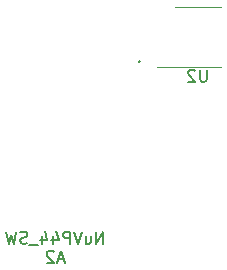
<source format=gbr>
%TF.GenerationSoftware,KiCad,Pcbnew,(7.0.0)*%
%TF.CreationDate,2024-11-23T19:37:02-06:00*%
%TF.ProjectId,VP44expSwdriver,56503434-6578-4705-9377-647269766572,rev?*%
%TF.SameCoordinates,Original*%
%TF.FileFunction,Legend,Bot*%
%TF.FilePolarity,Positive*%
%FSLAX46Y46*%
G04 Gerber Fmt 4.6, Leading zero omitted, Abs format (unit mm)*
G04 Created by KiCad (PCBNEW (7.0.0)) date 2024-11-23 19:37:02*
%MOMM*%
%LPD*%
G01*
G04 APERTURE LIST*
%ADD10C,0.150000*%
%ADD11C,0.120000*%
G04 APERTURE END LIST*
D10*
X177402618Y-120971380D02*
X177402618Y-119971380D01*
X177402618Y-119971380D02*
X176831190Y-120971380D01*
X176831190Y-120971380D02*
X176831190Y-119971380D01*
X175926428Y-120304714D02*
X175926428Y-120971380D01*
X176354999Y-120304714D02*
X176354999Y-120828523D01*
X176354999Y-120828523D02*
X176307380Y-120923761D01*
X176307380Y-120923761D02*
X176212142Y-120971380D01*
X176212142Y-120971380D02*
X176069285Y-120971380D01*
X176069285Y-120971380D02*
X175974047Y-120923761D01*
X175974047Y-120923761D02*
X175926428Y-120876142D01*
X175593094Y-119971380D02*
X175259761Y-120971380D01*
X175259761Y-120971380D02*
X174926428Y-119971380D01*
X174593094Y-120971380D02*
X174593094Y-119971380D01*
X174593094Y-119971380D02*
X174212142Y-119971380D01*
X174212142Y-119971380D02*
X174116904Y-120019000D01*
X174116904Y-120019000D02*
X174069285Y-120066619D01*
X174069285Y-120066619D02*
X174021666Y-120161857D01*
X174021666Y-120161857D02*
X174021666Y-120304714D01*
X174021666Y-120304714D02*
X174069285Y-120399952D01*
X174069285Y-120399952D02*
X174116904Y-120447571D01*
X174116904Y-120447571D02*
X174212142Y-120495190D01*
X174212142Y-120495190D02*
X174593094Y-120495190D01*
X173164523Y-120304714D02*
X173164523Y-120971380D01*
X173402618Y-119923761D02*
X173640713Y-120638047D01*
X173640713Y-120638047D02*
X173021666Y-120638047D01*
X172212142Y-120304714D02*
X172212142Y-120971380D01*
X172450237Y-119923761D02*
X172688332Y-120638047D01*
X172688332Y-120638047D02*
X172069285Y-120638047D01*
X171926428Y-121066619D02*
X171164523Y-121066619D01*
X170974046Y-120923761D02*
X170831189Y-120971380D01*
X170831189Y-120971380D02*
X170593094Y-120971380D01*
X170593094Y-120971380D02*
X170497856Y-120923761D01*
X170497856Y-120923761D02*
X170450237Y-120876142D01*
X170450237Y-120876142D02*
X170402618Y-120780904D01*
X170402618Y-120780904D02*
X170402618Y-120685666D01*
X170402618Y-120685666D02*
X170450237Y-120590428D01*
X170450237Y-120590428D02*
X170497856Y-120542809D01*
X170497856Y-120542809D02*
X170593094Y-120495190D01*
X170593094Y-120495190D02*
X170783570Y-120447571D01*
X170783570Y-120447571D02*
X170878808Y-120399952D01*
X170878808Y-120399952D02*
X170926427Y-120352333D01*
X170926427Y-120352333D02*
X170974046Y-120257095D01*
X170974046Y-120257095D02*
X170974046Y-120161857D01*
X170974046Y-120161857D02*
X170926427Y-120066619D01*
X170926427Y-120066619D02*
X170878808Y-120019000D01*
X170878808Y-120019000D02*
X170783570Y-119971380D01*
X170783570Y-119971380D02*
X170545475Y-119971380D01*
X170545475Y-119971380D02*
X170402618Y-120019000D01*
X170069284Y-119971380D02*
X169831189Y-120971380D01*
X169831189Y-120971380D02*
X169640713Y-120257095D01*
X169640713Y-120257095D02*
X169450237Y-120971380D01*
X169450237Y-120971380D02*
X169212142Y-119971380D01*
X174069285Y-122305666D02*
X173593095Y-122305666D01*
X174164523Y-122591380D02*
X173831190Y-121591380D01*
X173831190Y-121591380D02*
X173497857Y-122591380D01*
X173212142Y-121686619D02*
X173164523Y-121639000D01*
X173164523Y-121639000D02*
X173069285Y-121591380D01*
X173069285Y-121591380D02*
X172831190Y-121591380D01*
X172831190Y-121591380D02*
X172735952Y-121639000D01*
X172735952Y-121639000D02*
X172688333Y-121686619D01*
X172688333Y-121686619D02*
X172640714Y-121781857D01*
X172640714Y-121781857D02*
X172640714Y-121877095D01*
X172640714Y-121877095D02*
X172688333Y-122019952D01*
X172688333Y-122019952D02*
X173259761Y-122591380D01*
X173259761Y-122591380D02*
X172640714Y-122591380D01*
X180482904Y-105478142D02*
X180435285Y-105525761D01*
X180435285Y-105525761D02*
X180482904Y-105573380D01*
X180482904Y-105573380D02*
X180530523Y-105525761D01*
X180530523Y-105525761D02*
X180482904Y-105478142D01*
X180482904Y-105478142D02*
X180482904Y-105573380D01*
%TO.C,U2*%
X186181904Y-106272380D02*
X186181904Y-107081904D01*
X186181904Y-107081904D02*
X186134285Y-107177142D01*
X186134285Y-107177142D02*
X186086666Y-107224761D01*
X186086666Y-107224761D02*
X185991428Y-107272380D01*
X185991428Y-107272380D02*
X185800952Y-107272380D01*
X185800952Y-107272380D02*
X185705714Y-107224761D01*
X185705714Y-107224761D02*
X185658095Y-107177142D01*
X185658095Y-107177142D02*
X185610476Y-107081904D01*
X185610476Y-107081904D02*
X185610476Y-106272380D01*
X185181904Y-106367619D02*
X185134285Y-106320000D01*
X185134285Y-106320000D02*
X185039047Y-106272380D01*
X185039047Y-106272380D02*
X184800952Y-106272380D01*
X184800952Y-106272380D02*
X184705714Y-106320000D01*
X184705714Y-106320000D02*
X184658095Y-106367619D01*
X184658095Y-106367619D02*
X184610476Y-106462857D01*
X184610476Y-106462857D02*
X184610476Y-106558095D01*
X184610476Y-106558095D02*
X184658095Y-106700952D01*
X184658095Y-106700952D02*
X185229523Y-107272380D01*
X185229523Y-107272380D02*
X184610476Y-107272380D01*
D11*
X185420000Y-100945000D02*
X183470000Y-100945000D01*
X185420000Y-100945000D02*
X187370000Y-100945000D01*
X185420000Y-106065000D02*
X181970000Y-106065000D01*
X185420000Y-106065000D02*
X187370000Y-106065000D01*
%TD*%
M02*

</source>
